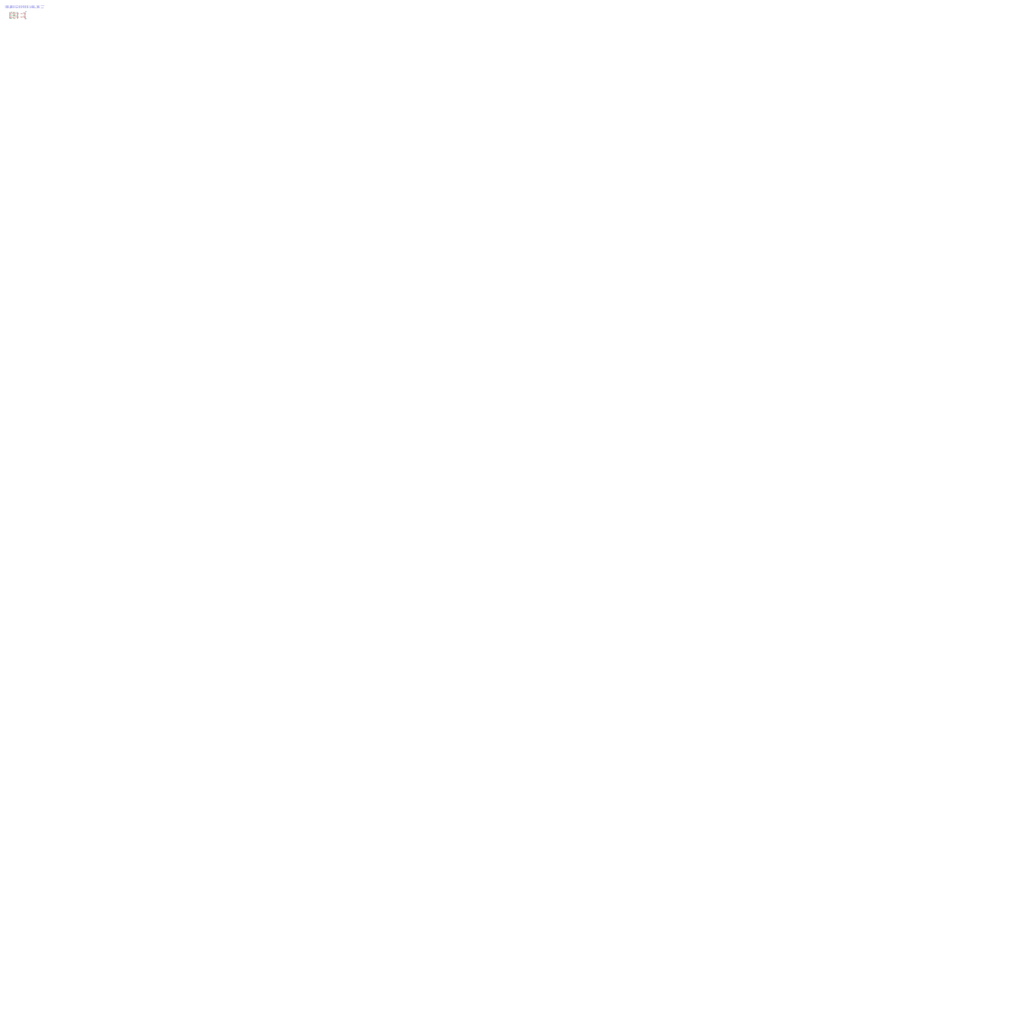
<source format=kicad_sch>
(kicad_sch (version 20231120) (generator "eeschema") (generator_version "8.0")
  (paper "User" 3048 3048)
  (lib_symbols
    (symbol "Device:Q_NMOS_GSD" (pin_names (offset 0) hide)
      (property "Reference" "Q" (at 5.08 1.27 0))
      (property "Value" "Q_NMOS_GSD" (at 5.08 -1.27 0))
      (symbol "Q_NMOS_GSD_0_1"
        (polyline (pts (xy 0.254 0) (xy -2.54 0)))
        (polyline (pts (xy 0.254 1.905) (xy 0.254 -1.905)) (stroke (width 0.254)))
        (polyline (pts (xy 0.762 -1.27) (xy 0.762 -2.286)) (stroke (width 0.254)))
        (polyline (pts (xy 0.762 0.508) (xy 0.762 -0.508)) (stroke (width 0.254)))
        (polyline (pts (xy 0.762 2.286) (xy 0.762 1.27)) (stroke (width 0.254)))
        (polyline (pts (xy 2.54 2.54) (xy 2.54 1.778)))
        (polyline (pts (xy 2.54 -2.54) (xy 2.54 0) (xy 0.762 0)))
        (polyline (pts (xy 0.762 -1.778) (xy 3.302 -1.778) (xy 3.302 1.778) (xy 0.762 1.778)))
        (polyline (pts (xy 1.016 0) (xy 2.032 0.381) (xy 2.032 -0.381) (xy 1.016 0)) (fill (type outline)))
        (polyline (pts (xy 2.794 0.508) (xy 2.921 0.381) (xy 3.683 0.381) (xy 3.81 0.254)))
        (polyline (pts (xy 3.302 0.381) (xy 2.921 -0.254) (xy 3.683 -0.254) (xy 3.302 0.381)))
        (circle (center 1.651 0) (radius 2.794) (stroke (width 0.254)))
        (circle (center 2.54 -1.778) (radius 0.254) (fill (type outline)))
        (circle (center 2.54 1.778) (radius 0.254) (fill (type outline)))
      )
      (symbol "Q_NMOS_GSD_1_1"
        (pin input line (at -5.08 0 0) (length 2.54) (name "G") (number "1"))
        (pin passive line (at 2.54 -5.08 90) (length 2.54) (name "S") (number "2"))
        (pin passive line (at 2.54 5.08 270) (length 2.54) (name "D") (number "3"))
      )
    )
    (symbol "Device:Q_PMOS_GSD" (pin_names (offset 0) hide)
      (property "Reference" "Q" (at 5.08 1.27 0))
      (property "Value" "Q_PMOS_GSD" (at 5.08 -1.27 0))
      (symbol "Q_PMOS_GSD_0_1"
        (polyline (pts (xy 0.254 0) (xy -2.54 0)))
        (polyline (pts (xy 0.254 1.905) (xy 0.254 -1.905)) (stroke (width 0.254)))
        (polyline (pts (xy 0.762 -1.27) (xy 0.762 -2.286)) (stroke (width 0.254)))
        (polyline (pts (xy 0.762 0.508) (xy 0.762 -0.508)) (stroke (width 0.254)))
        (polyline (pts (xy 0.762 2.286) (xy 0.762 1.27)) (stroke (width 0.254)))
        (polyline (pts (xy 2.54 2.54) (xy 2.54 1.778)))
        (polyline (pts (xy 2.54 -2.54) (xy 2.54 0) (xy 0.762 0)))
        (polyline (pts (xy 0.762 1.778) (xy 3.302 1.778) (xy 3.302 -1.778) (xy 0.762 -1.778)))
        (polyline (pts (xy 2.286 0) (xy 1.27 0.381) (xy 1.27 -0.381) (xy 2.286 0)) (fill (type outline)))
        (polyline (pts (xy 2.794 -0.508) (xy 2.921 -0.381) (xy 3.683 -0.381) (xy 3.81 -0.254)))
        (polyline (pts (xy 3.302 -0.381) (xy 2.921 0.254) (xy 3.683 0.254) (xy 3.302 -0.381)))
        (circle (center 1.651 0) (radius 2.794) (stroke (width 0.254)))
        (circle (center 2.54 -1.778) (radius 0.254) (fill (type outline)))
        (circle (center 2.54 1.778) (radius 0.254) (fill (type outline)))
      )
      (symbol "Q_PMOS_GSD_1_1"
        (pin input line (at -5.08 0 0) (length 2.54) (name "G") (number "1"))
        (pin passive line (at 2.54 -5.08 90) (length 2.54) (name "S") (number "2"))
        (pin passive line (at 2.54 5.08 270) (length 2.54) (name "D") (number "3"))
      )
    )
    (symbol "Device:R" (pin_numbers hide) (pin_names (offset 0))
      (property "Reference" "R" (at 2.032 0 90))
      (property "Value" "R" (at 0 0 90))
      (symbol "R_0_1"
        (rectangle (start -1.016 -2.54) (end 1.016 2.54) (stroke (width 0.254)))
      )
      (symbol "R_1_1"
        (pin passive line (at 0 3.81 270) (length 1.27) (name "~") (number "1"))
        (pin passive line (at 0 -3.81 90) (length 1.27) (name "~") (number "2"))
      )
    )
    (symbol "power:GND" (power) (pin_numbers hide) (pin_names (offset 0) hide)
      (property "Value" "GND" (at 0 -3.81 0))
      (symbol "GND_0_1"
        (polyline (pts (xy 0 0) (xy 0 -1.27) (xy 1.27 -1.27) (xy 0 -2.54) (xy -1.27 -1.27) (xy 0 -1.27)))
      )
      (symbol "GND_1_1"
        (pin power_in line (at 0 0 270) (length 0) (name "~") (number "1"))
      )
    )
    (symbol "power:VDD" (power) (pin_numbers hide) (pin_names (offset 0) hide)
      (property "Value" "VDD" (at 0 3.556 0))
      (symbol "VDD_0_1"
        (polyline (pts (xy -0.762 1.27) (xy 0 2.54)))
        (polyline (pts (xy 0 0) (xy 0 2.54)))
        (polyline (pts (xy 0 2.54) (xy 0.762 1.27)))
      )
      (symbol "VDD_1_1"
        (pin power_in line (at 0 0 90) (length 0) (name "~") (number "1"))
      )
    )
  )
  (junction (at 36.83 40.64))
  (junction (at 35.56 35.56))
  (junction (at 44.45 39.37))
  (junction (at 34.29 55.88))
  (junction (at 53.34 45.72))
  (junction (at 29.21 45.72))
  (junction (at 38.1 45.72))
  (junction (at 45.72 46.99))
  (junction (at 45.72 50.8))
  (junction (at 36.83 50.8))
  (wire (pts (xy 38.1 45.72) (xy 29.21 45.72)))
  (wire (pts (xy 36.83 39.37) (xy 36.83 40.64)))
  (wire (pts (xy 67.31 40.64) (xy 67.31 50.8)))
  (wire (pts (xy 35.56 35.56) (xy 29.21 35.56)))
  (wire (pts (xy 36.83 52.07) (xy 36.83 50.8)))
  (wire (pts (xy 34.29 54.61) (xy 34.29 55.88)))
  (wire (pts (xy 35.56 35.56) (xy 53.34 35.56)))
  (wire (pts (xy 29.21 55.88) (xy 34.29 55.88)))
  (wire (pts (xy 45.72 46.99) (xy 45.72 50.8)))
  (wire (pts (xy 38.1 44.45) (xy 38.1 45.72)))
  (wire (pts (xy 46.99 45.72) (xy 53.34 45.72)))
  (wire (pts (xy 45.72 54.61) (xy 45.72 50.8)))
  (wire (pts (xy 38.1 46.99) (xy 38.1 45.72)))
  (wire (pts (xy 46.99 39.37) (xy 46.99 45.72)))
  (wire (pts (xy 44.45 36.83) (xy 44.45 39.37)))
  (wire (pts (xy 34.29 55.88) (xy 53.34 55.88)))
  (wire (pts (xy 36.83 40.64) (xy 36.83 50.8)))
  (wire (pts (xy 45.72 40.64) (xy 45.72 46.99)))
  (wire (pts (xy 44.45 39.37) (xy 46.99 39.37)))
  (text "N: RDS(ON)=  5Ω@VGS=10V, ID=200mA, 15pF CISS, 10pF COSS, VGSth = 1V   (2SK3541)      $0.0126 / C42402303\nN: RDS(ON)=  3Ω@VGS=10V, ID=      , 40pF CISS, 30pF COSS, VGSth = 1.3V (2N7002)        $0.0097\nP: RDS(ON)=  5Ω@VGS=10V, ID=130mA, 30pF CISS, 10pF COSS, VGSth =-1.3V (BSS84KT7)     $0.0152\nP: RDS(ON)=3.8Ω@VGS=10V, ID=100mA, 15pF CISS,  4pF COSS, VGSth =-0.6V (RZM001P02T2L) $0.0197 / C308762\n" (at 14.986 20.574 0) (effects (font (size 1.27 1.27)) (justify left)))
  (global_label "B0S" (shape input) (at 36.83 52.07 0) (property "Intersheetrefs" "${INTERSHEET_REFS}" (effects (hide yes))))
  (global_label "B0NQ" (shape input) (at 38.1 44.45 0) (property "Intersheetrefs" "${INTERSHEET_REFS}" (effects (hide yes))))
  (global_label "B0Q" (shape input) (at 67.31 50.8 180) (property "Intersheetrefs" "${INTERSHEET_REFS}" (effects (hide yes))))
  (global_label "B0Q" (shape input) (at 44.45 36.83 180) (property "Intersheetrefs" "${INTERSHEET_REFS}" (effects (hide yes))))
  (global_label "B0Q" (shape input) (at 67.31 40.64 180) (property "Intersheetrefs" "${INTERSHEET_REFS}" (effects (hide yes))))
  (global_label "B0R" (shape input) (at 45.72 54.61 180) (property "Intersheetrefs" "${INTERSHEET_REFS}" (effects (hide yes))))
  (symbol (lib_id "power:GND") (at 34.29 54.61 180) (unit 1)
    (property "Reference" "#PWR01" (effects (hide yes)))
    (property "Value" "GND" (at 31.75 54.864 0))
    (property "Description" "Power symbol creates a global label with name \"GND\" , ground" (effects (hide yes)))
  )
  (symbol (lib_id "power:GND") (at 74.93 55.88 0) (unit 1)
    (property "Reference" "#PWR02" (effects (hide yes)))
    (property "Value" "GND" (at 77.47 55.626 0))
    (property "Description" "Power symbol creates a global label with name \"GND\" , ground" (effects (hide yes)))
  )
  (symbol (lib_id "Device:Q_PMOS_GSD") (at 50.8 40.64 0) (mirror x) (unit 1)
    (property "Reference" "P2" (at 46.736 37.338 0) (effects (justify left)))
    (property "Value" "RZM001P02T2L" (effects (hide yes)))
    (property "Footprint" "Package_TO_SOT_SMD:SOT-723" (effects (hide yes)))
    (property "Description" "P-MOSFET transistor, gate/source/drain" (effects (hide yes)))
    (property "LCSC" "C308762" (effects (hide yes)))
    (property "Sim.Device" "PMOS" (effects (hide yes)))
    (property "Sim.Type" "VDMOS" (effects (hide yes)))
    (property "Sim.Pins" "1=G 2=S 3=D" (effects (hide yes)))
  )
  (symbol (lib_id "Device:Q_PMOS_GSD") (at 31.75 40.64 180) (unit 1)
    (property "Reference" "P1" (at 34.544 44.704 0) (effects (justify left)))
    (property "Value" "RZM001P02T2L" (effects (hide yes)))
    (property "Footprint" "Package_TO_SOT_SMD:SOT-723" (effects (hide yes)))
    (property "Description" "P-MOSFET transistor, gate/source/drain" (effects (hide yes)))
    (property "LCSC" "C308762" (effects (hide yes)))
    (property "Sim.Device" "PMOS" (effects (hide yes)))
    (property "Sim.Type" "VDMOS" (effects (hide yes)))
    (property "Sim.Pins" "1=G 2=S 3=D" (effects (hide yes)))
  )
  (symbol (lib_id "Device:Q_PMOS_GSD") (at 72.39 40.64 0) (mirror x) (unit 1)
    (property "Reference" "P3" (at 68.326 37.338 0) (effects (justify left)))
    (property "Value" "RZM001P02T2L" (effects (hide yes)))
    (property "Footprint" "Package_TO_SOT_SMD:SOT-723" (effects (hide yes)))
    (property "Description" "P-MOSFET transistor, gate/source/drain" (effects (hide yes)))
    (property "LCSC" "C308762" (effects (hide yes)))
    (property "Sim.Device" "PMOS" (effects (hide yes)))
    (property "Sim.Type" "VDMOS" (effects (hide yes)))
    (property "Sim.Pins" "1=G 2=S 3=D" (effects (hide yes)))
  )
  (symbol (lib_id "Device:Q_NMOS_GSD") (at 72.39 50.8 0) (unit 1)
    (property "Reference" "N3" (at 69.342 47.244 0) (effects (justify left)))
    (property "Value" "2SK3541" (effects (hide yes)))
    (property "Footprint" "Package_TO_SOT_SMD:SOT-723" (effects (hide yes)))
    (property "Description" "N-MOSFET transistor, gate/source/drain" (effects (hide yes)))
    (property "LCSC" "C42402303" (effects (hide yes)))
    (property "Sim.Device" "NMOS" (effects (hide yes)))
    (property "Sim.Type" "VDMOS" (effects (hide yes)))
    (property "Sim.Pins" "1=G 2=S 3=D" (effects (hide yes)))
  )
  (symbol (lib_id "Device:Q_NMOS_GSD") (at 31.75 50.8 0) (mirror y) (unit 1)
    (property "Reference" "N1" (at 34.544 46.736 0) (effects (justify left)))
    (property "Value" "2SK3541" (effects (hide yes)))
    (property "Footprint" "Package_TO_SOT_SMD:SOT-723" (effects (hide yes)))
    (property "Description" "N-MOSFET transistor, gate/source/drain" (effects (hide yes)))
    (property "LCSC" "C42402303" (effects (hide yes)))
    (property "Sim.Device" "NMOS" (effects (hide yes)))
    (property "Sim.Type" "VDMOS" (effects (hide yes)))
    (property "Sim.Pins" "1=G 2=S 3=D" (effects (hide yes)))
  )
  (symbol (lib_id "Device:Q_NMOS_GSD") (at 50.8 50.8 0) (unit 1)
    (property "Reference" "N2" (at 47.752 47.244 0) (effects (justify left)))
    (property "Value" "2SK3541" (effects (hide yes)))
    (property "Footprint" "Package_TO_SOT_SMD:SOT-723" (effects (hide yes)))
    (property "Description" "N-MOSFET transistor, gate/source/drain" (effects (hide yes)))
    (property "LCSC" "C42402303" (effects (hide yes)))
    (property "Sim.Device" "NMOS" (effects (hide yes)))
    (property "Sim.Type" "VDMOS" (effects (hide yes)))
    (property "Sim.Pins" "1=G 2=S 3=D" (effects (hide yes)))
  )
  (symbol (lib_id "power:VDD") (at 35.56 35.56 180) (unit 1)
    (property "Reference" "#PWR03" (effects (hide yes)))
    (property "Value" "VDD" (at 30.988 36.83 0) (effects (justify right)))
    (property "Description" "Power symbol creates a global label with name \"VDD\"" (effects (hide yes)))
  )
  (symbol (lib_id "Device:R") (at 40.64 39.37 270) (unit 1)
    (property "Reference" "R2" (at 41.402 41.91 90))
    (property "Value" "1k" (at 40.894 39.37 90))
    (property "Footprint" "Resistor_SMD:R_0402_1005Metric" (effects (hide yes)))
    (property "Description" "Resistor" (effects (hide yes)))
    (property "LCSC" "C11702" (effects (hide yes)))
  )
  (symbol (lib_id "power:VDD") (at 74.93 35.56 0) (unit 1)
    (property "Reference" "#PWR04" (effects (hide yes)))
    (property "Value" "VDD" (at 79.502 34.29 0) (effects (justify right)))
    (property "Description" "Power symbol creates a global label with name \"VDD\"" (effects (hide yes)))
  )
  (symbol (lib_id "Device:R") (at 41.91 46.99 90) (unit 1)
    (property "Reference" "R1" (at 41.656 49.276 90))
    (property "Value" "1k" (at 41.656 46.99 90))
    (property "Footprint" "Resistor_SMD:R_0402_1005Metric" (effects (hide yes)))
    (property "Description" "Resistor" (effects (hide yes)))
    (property "LCSC" "C11702" (effects (hide yes)))
  )
)
</source>
